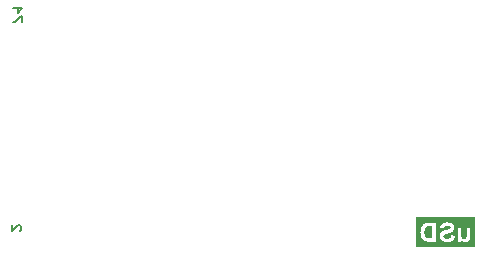
<source format=gbo>
G04*
G04 #@! TF.GenerationSoftware,Altium Limited,Altium Designer,21.1.0 (24)*
G04*
G04 Layer_Color=32896*
%FSLAX44Y44*%
%MOMM*%
G71*
G04*
G04 #@! TF.SameCoordinates,8E971300-D6CB-4BFE-A36B-9E0936113F83*
G04*
G04*
G04 #@! TF.FilePolarity,Positive*
G04*
G01*
G75*
%ADD12C,0.1500*%
G36*
X415000Y42500D02*
X365000D01*
Y67500D01*
X415000D01*
Y42500D01*
D02*
G37*
%LPC*%
G36*
X382352Y63006D02*
X375966D01*
X375781Y62983D01*
X375341Y62960D01*
X374855Y62937D01*
X374346Y62867D01*
X373860Y62798D01*
X373421Y62682D01*
X373397D01*
X373351Y62659D01*
X373282Y62636D01*
X373189Y62613D01*
X372911Y62497D01*
X372588Y62335D01*
X372217Y62127D01*
X371801Y61872D01*
X371408Y61572D01*
X371014Y61201D01*
X370991D01*
X370968Y61155D01*
X370852Y61016D01*
X370667Y60785D01*
X370459Y60484D01*
X370204Y60114D01*
X369950Y59674D01*
X369695Y59165D01*
X369487Y58610D01*
Y58587D01*
X369464Y58540D01*
X369441Y58448D01*
X369394Y58332D01*
X369371Y58193D01*
X369325Y58008D01*
X369279Y57800D01*
X369209Y57568D01*
X369163Y57314D01*
X369117Y57013D01*
X369070Y56712D01*
X369047Y56365D01*
X368978Y55648D01*
X368955Y54838D01*
Y55000D01*
Y54514D01*
X368978Y54329D01*
Y54144D01*
X369001Y53912D01*
X369024Y53658D01*
X369070Y53126D01*
X369163Y52570D01*
X369302Y51992D01*
X369464Y51437D01*
Y51413D01*
X369487Y51367D01*
X369533Y51274D01*
X369580Y51136D01*
X369626Y50997D01*
X369718Y50835D01*
X369903Y50418D01*
X370135Y49979D01*
X370436Y49493D01*
X370783Y49030D01*
X371176Y48590D01*
X371222Y48544D01*
X371338Y48451D01*
X371523Y48313D01*
X371778Y48128D01*
X372102Y47919D01*
X372472Y47711D01*
X372935Y47503D01*
X373444Y47318D01*
X373467D01*
X373490Y47295D01*
X373559D01*
X373629Y47271D01*
X373883Y47225D01*
X374207Y47156D01*
X374601Y47086D01*
X375087Y47040D01*
X375665Y47017D01*
X376290Y46994D01*
X368955D01*
X382352D01*
Y63006D01*
D02*
G37*
G36*
X411045Y58610D02*
X400471D01*
Y46739D01*
Y46994D01*
X403317D01*
Y48729D01*
X403340Y48683D01*
X403432Y48567D01*
X403571Y48405D01*
X403779Y48197D01*
X404011Y47943D01*
X404312Y47711D01*
X404636Y47456D01*
X405006Y47248D01*
X405052Y47225D01*
X405191Y47179D01*
X405399Y47086D01*
X405677Y46994D01*
X406001Y46901D01*
X406371Y46809D01*
X406764Y46762D01*
X407181Y46739D01*
X407389D01*
X407598Y46762D01*
X407875Y46809D01*
X408222Y46855D01*
X408569Y46947D01*
X408940Y47086D01*
X409287Y47248D01*
X409333Y47271D01*
X409426Y47341D01*
X409611Y47456D01*
X409796Y47618D01*
X410027Y47827D01*
X410235Y48058D01*
X410444Y48359D01*
X410629Y48683D01*
X410652Y48729D01*
X410698Y48845D01*
X410768Y49053D01*
X410837Y49354D01*
X410906Y49724D01*
X410976Y50164D01*
X411022Y50673D01*
X411045Y51251D01*
Y48313D01*
Y51251D01*
Y58610D01*
D02*
G37*
G36*
X391701Y63307D02*
X391423D01*
X391215Y63284D01*
X390960Y63261D01*
X390659Y63238D01*
X390359Y63191D01*
X390012Y63145D01*
X389271Y62983D01*
X388901Y62867D01*
X388531Y62752D01*
X388160Y62590D01*
X387813Y62405D01*
X387489Y62196D01*
X387189Y61965D01*
X387165Y61942D01*
X387119Y61895D01*
X387050Y61826D01*
X386957Y61734D01*
X386842Y61595D01*
X386703Y61433D01*
X386564Y61248D01*
X386402Y61039D01*
X386263Y60785D01*
X386124Y60530D01*
X385985Y60230D01*
X385870Y59906D01*
X385754Y59582D01*
X385661Y59211D01*
X385592Y58841D01*
X385569Y58425D01*
X388808Y58309D01*
Y58332D01*
Y58355D01*
X388855Y58517D01*
X388901Y58725D01*
X388993Y58980D01*
X389109Y59281D01*
X389271Y59559D01*
X389479Y59836D01*
X389711Y60068D01*
X389734Y60091D01*
X389826Y60160D01*
X389988Y60253D01*
X390220Y60345D01*
X390498Y60438D01*
X390845Y60530D01*
X391261Y60600D01*
X391747Y60623D01*
X391978D01*
X392233Y60600D01*
X392534Y60553D01*
X392881Y60484D01*
X393251Y60368D01*
X393598Y60230D01*
X393922Y60021D01*
X393945Y59998D01*
X393992Y59952D01*
X394084Y59882D01*
X394177Y59767D01*
X394269Y59628D01*
X394362Y59443D01*
X394408Y59258D01*
X394431Y59026D01*
Y59003D01*
Y58934D01*
X394408Y58818D01*
X394362Y58702D01*
X394315Y58540D01*
X394246Y58378D01*
X394130Y58216D01*
X393968Y58054D01*
X393945Y58031D01*
X393830Y57962D01*
X393760Y57916D01*
X393644Y57869D01*
X393529Y57800D01*
X393367Y57730D01*
X393182Y57661D01*
X392973Y57568D01*
X392719Y57476D01*
X392464Y57383D01*
X392140Y57291D01*
X391793Y57198D01*
X391423Y57106D01*
X391007Y56990D01*
X390983D01*
X390891Y56967D01*
X390775Y56944D01*
X390613Y56897D01*
X390428Y56851D01*
X390197Y56782D01*
X389942Y56712D01*
X389688Y56643D01*
X389132Y56458D01*
X388554Y56273D01*
X387998Y56064D01*
X387767Y55949D01*
X387536Y55833D01*
X387513D01*
X387489Y55810D01*
X387351Y55717D01*
X387142Y55578D01*
X386888Y55393D01*
X386610Y55162D01*
X386309Y54884D01*
X386008Y54560D01*
X385754Y54190D01*
X385731Y54144D01*
X385661Y54005D01*
X385546Y53797D01*
X385430Y53496D01*
X385314Y53126D01*
X385199Y52686D01*
X385129Y52200D01*
X385106Y51645D01*
Y51413D01*
X385129Y51298D01*
X385152Y51136D01*
X385199Y50812D01*
X385291Y50395D01*
X385430Y49956D01*
X385638Y49516D01*
X385893Y49053D01*
Y49030D01*
X385939Y49007D01*
X386032Y48868D01*
X386217Y48637D01*
X386448Y48382D01*
X386749Y48081D01*
X387142Y47804D01*
X387559Y47526D01*
X388068Y47271D01*
X388091D01*
X388137Y47248D01*
X388207Y47225D01*
X388322Y47179D01*
X388461Y47133D01*
X388623Y47086D01*
X388808Y47040D01*
X389017Y46994D01*
X389271Y46924D01*
X389526Y46878D01*
X390127Y46785D01*
X390798Y46716D01*
X391539Y46693D01*
X385106D01*
X391840D01*
X392048Y46716D01*
X392302Y46739D01*
X392580Y46762D01*
X392904Y46809D01*
X393251Y46878D01*
X394015Y47040D01*
X394408Y47156D01*
X394778Y47271D01*
X395172Y47433D01*
X395542Y47618D01*
X395889Y47827D01*
X396213Y48081D01*
X396236Y48105D01*
X396282Y48151D01*
X396375Y48220D01*
X396468Y48336D01*
X396606Y48498D01*
X396745Y48683D01*
X396907Y48891D01*
X397069Y49123D01*
X397231Y49400D01*
X397393Y49701D01*
X397555Y50048D01*
X397717Y50418D01*
X397833Y50812D01*
X397971Y51251D01*
X398064Y51714D01*
X398134Y52200D01*
X394986Y52501D01*
Y52478D01*
X394963Y52432D01*
Y52339D01*
X394940Y52246D01*
X394848Y51969D01*
X394732Y51622D01*
X394593Y51228D01*
X394385Y50835D01*
X394154Y50488D01*
X393853Y50164D01*
X393806Y50141D01*
X393691Y50048D01*
X393506Y49932D01*
X393228Y49794D01*
X392881Y49655D01*
X392487Y49539D01*
X392025Y49447D01*
X391493Y49423D01*
X391238D01*
X390960Y49470D01*
X390613Y49516D01*
X390243Y49585D01*
X389850Y49701D01*
X389479Y49863D01*
X389155Y50071D01*
X389109Y50094D01*
X389017Y50187D01*
X388901Y50326D01*
X388739Y50511D01*
X388600Y50742D01*
X388461Y51020D01*
X388369Y51298D01*
X388345Y51622D01*
Y51645D01*
Y51714D01*
X388369Y51830D01*
X388392Y51969D01*
X388438Y52108D01*
X388484Y52270D01*
X388577Y52432D01*
X388693Y52593D01*
X388716Y52617D01*
X388762Y52663D01*
X388831Y52732D01*
X388947Y52825D01*
X389109Y52941D01*
X389317Y53056D01*
X389549Y53172D01*
X389850Y53288D01*
X389873D01*
X389965Y53334D01*
X390127Y53380D01*
X390243Y53426D01*
X390382Y53450D01*
X390544Y53496D01*
X390729Y53565D01*
X390937Y53612D01*
X391169Y53681D01*
X391446Y53751D01*
X391747Y53820D01*
X392071Y53912D01*
X392441Y54005D01*
X392464D01*
X392557Y54028D01*
X392696Y54074D01*
X392858Y54121D01*
X393066Y54190D01*
X393321Y54260D01*
X393575Y54352D01*
X393876Y54445D01*
X394478Y54676D01*
X395056Y54954D01*
X395357Y55093D01*
X395611Y55255D01*
X395866Y55416D01*
X396074Y55578D01*
X396097Y55602D01*
X396143Y55648D01*
X396213Y55717D01*
X396306Y55810D01*
X396421Y55949D01*
X396537Y56111D01*
X396676Y56273D01*
X396791Y56481D01*
X397069Y56967D01*
X397300Y57522D01*
X397393Y57823D01*
X397463Y58124D01*
X397509Y58471D01*
X397532Y58818D01*
Y58841D01*
Y58864D01*
Y58934D01*
Y59026D01*
X397486Y59258D01*
X397439Y59559D01*
X397370Y59906D01*
X397254Y60299D01*
X397092Y60715D01*
X396861Y61109D01*
Y61132D01*
X396838Y61155D01*
X396722Y61294D01*
X396583Y61479D01*
X396352Y61710D01*
X396074Y61965D01*
X395727Y62243D01*
X395334Y62497D01*
X394871Y62729D01*
X394848D01*
X394801Y62752D01*
X394732Y62775D01*
X394639Y62821D01*
X394501Y62867D01*
X394362Y62914D01*
X394177Y62960D01*
X393968Y63029D01*
X393506Y63122D01*
X392973Y63215D01*
X392372Y63284D01*
X391701Y63307D01*
D02*
G37*
%LPD*%
G36*
X379113Y49701D02*
X376267D01*
X375966Y49724D01*
X375642D01*
X375318Y49770D01*
X375017Y49794D01*
X374763Y49840D01*
X374716D01*
X374624Y49886D01*
X374485Y49932D01*
X374300Y50002D01*
X374092Y50094D01*
X373883Y50210D01*
X373675Y50349D01*
X373467Y50511D01*
X373444Y50534D01*
X373374Y50603D01*
X373282Y50719D01*
X373166Y50881D01*
X373050Y51089D01*
X372888Y51344D01*
X372773Y51668D01*
X372634Y52038D01*
Y52061D01*
X372611Y52084D01*
Y52154D01*
X372588Y52246D01*
X372541Y52339D01*
X372518Y52478D01*
X372449Y52825D01*
X372402Y53241D01*
X372333Y53727D01*
X372310Y54329D01*
X372287Y54977D01*
Y55000D01*
Y55069D01*
Y55162D01*
Y55278D01*
Y55440D01*
X372310Y55625D01*
X372333Y56018D01*
X372379Y56481D01*
X372426Y56967D01*
X372518Y57407D01*
X372634Y57823D01*
Y57846D01*
X372657Y57869D01*
X372703Y57985D01*
X372773Y58170D01*
X372865Y58401D01*
X373004Y58633D01*
X373166Y58887D01*
X373351Y59142D01*
X373559Y59373D01*
X373583Y59397D01*
X373652Y59466D01*
X373791Y59559D01*
X373953Y59674D01*
X374184Y59813D01*
X374439Y59929D01*
X374716Y60044D01*
X375040Y60137D01*
X375064D01*
X375179Y60160D01*
X375364Y60183D01*
X375619Y60230D01*
X375781D01*
X375989Y60253D01*
X376197D01*
X376429Y60276D01*
X376706D01*
X377007Y60299D01*
X379113D01*
Y49701D01*
D02*
G37*
G36*
X407968Y53264D02*
Y53241D01*
Y53149D01*
Y53033D01*
Y52871D01*
Y52686D01*
Y52478D01*
X407945Y51992D01*
X407921Y51460D01*
X407898Y50974D01*
X407875Y50766D01*
X407852Y50557D01*
X407829Y50395D01*
X407806Y50280D01*
Y50256D01*
X407783Y50187D01*
X407736Y50094D01*
X407667Y49956D01*
X407598Y49817D01*
X407482Y49678D01*
X407366Y49539D01*
X407204Y49400D01*
X407181Y49377D01*
X407112Y49354D01*
X407019Y49308D01*
X406880Y49261D01*
X406718Y49192D01*
X406510Y49146D01*
X406302Y49123D01*
X406047Y49099D01*
X405908D01*
X405770Y49123D01*
X405584Y49146D01*
X405353Y49192D01*
X405122Y49285D01*
X404867Y49377D01*
X404636Y49516D01*
X404613Y49539D01*
X404543Y49585D01*
X404427Y49678D01*
X404289Y49817D01*
X404150Y49979D01*
X404011Y50141D01*
X403872Y50349D01*
X403779Y50580D01*
Y50603D01*
X403733Y50719D01*
Y50812D01*
X403710Y50928D01*
X403687Y51043D01*
X403664Y51205D01*
X403641Y51413D01*
X403618Y51622D01*
X403594Y51876D01*
Y52177D01*
X403571Y52501D01*
X403548Y52871D01*
Y53264D01*
Y53704D01*
Y58610D01*
X407968D01*
Y53264D01*
D02*
G37*
D12*
X31649Y233184D02*
Y238182D01*
X30399D01*
X25401Y233184D01*
X24151D01*
Y244430D02*
X31649D01*
X27900Y240681D01*
Y245680D01*
X23500Y60998D02*
Y56000D01*
X28498Y60998D01*
X29748D01*
X30998Y59749D01*
Y57250D01*
X29748Y56000D01*
M02*

</source>
